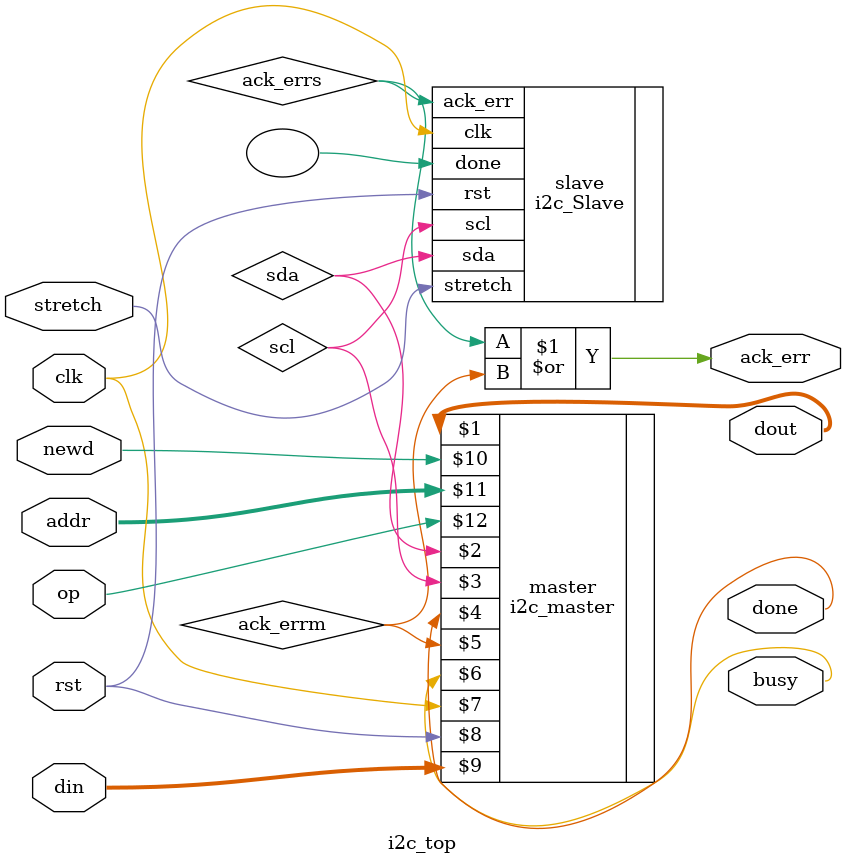
<source format=v>
`timescale 1ns / 1ps
 
module i2c_top(
input clk, rst, newd, op, stretch,
input [6:0] addr,
input [7:0] din,
output [7:0] dout,
output busy,ack_err,
output done
);
wire sda, scl;
wire ack_errm, ack_errs;
 
i2c_master master (dout,sda,scl,done,ack_errm,busy,clk,rst,din,newd,addr,op);
i2c_Slave slave (.clk(clk),.rst(rst),.stretch(stretch),.sda(sda),.scl(scl),.ack_err(ack_errs),.done() );
 
assign ack_err = ack_errs | ack_errm;
 
 
endmodule
 

</source>
